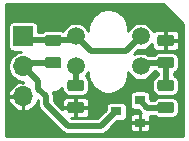
<source format=gbr>
G04 #@! TF.GenerationSoftware,KiCad,Pcbnew,(5.1.5)-2*
G04 #@! TF.CreationDate,2020-01-24T10:59:36+03:00*
G04 #@! TF.ProjectId,tcrt5000,74637274-3530-4303-902e-6b696361645f,rev?*
G04 #@! TF.SameCoordinates,Original*
G04 #@! TF.FileFunction,Copper,L2,Bot*
G04 #@! TF.FilePolarity,Positive*
%FSLAX46Y46*%
G04 Gerber Fmt 4.6, Leading zero omitted, Abs format (unit mm)*
G04 Created by KiCad (PCBNEW (5.1.5)-2) date 2020-01-24 10:59:36*
%MOMM*%
%LPD*%
G04 APERTURE LIST*
%ADD10O,1.700000X1.700000*%
%ADD11R,1.700000X1.700000*%
%ADD12R,0.900000X0.800000*%
%ADD13C,0.100000*%
%ADD14C,1.500000*%
%ADD15C,0.500000*%
%ADD16C,0.254000*%
G04 APERTURE END LIST*
D10*
X125095000Y-91440000D03*
X125095000Y-88900000D03*
D11*
X125095000Y-86360000D03*
D12*
X134985000Y-91760000D03*
X134985000Y-93660000D03*
X132985000Y-92710000D03*
G04 #@! TA.AperFunction,SMDPad,CuDef*
D13*
G36*
X137640142Y-86206174D02*
G01*
X137663803Y-86209684D01*
X137687007Y-86215496D01*
X137709529Y-86223554D01*
X137731153Y-86233782D01*
X137751670Y-86246079D01*
X137770883Y-86260329D01*
X137788607Y-86276393D01*
X137804671Y-86294117D01*
X137818921Y-86313330D01*
X137831218Y-86333847D01*
X137841446Y-86355471D01*
X137849504Y-86377993D01*
X137855316Y-86401197D01*
X137858826Y-86424858D01*
X137860000Y-86448750D01*
X137860000Y-86936250D01*
X137858826Y-86960142D01*
X137855316Y-86983803D01*
X137849504Y-87007007D01*
X137841446Y-87029529D01*
X137831218Y-87051153D01*
X137818921Y-87071670D01*
X137804671Y-87090883D01*
X137788607Y-87108607D01*
X137770883Y-87124671D01*
X137751670Y-87138921D01*
X137731153Y-87151218D01*
X137709529Y-87161446D01*
X137687007Y-87169504D01*
X137663803Y-87175316D01*
X137640142Y-87178826D01*
X137616250Y-87180000D01*
X136703750Y-87180000D01*
X136679858Y-87178826D01*
X136656197Y-87175316D01*
X136632993Y-87169504D01*
X136610471Y-87161446D01*
X136588847Y-87151218D01*
X136568330Y-87138921D01*
X136549117Y-87124671D01*
X136531393Y-87108607D01*
X136515329Y-87090883D01*
X136501079Y-87071670D01*
X136488782Y-87051153D01*
X136478554Y-87029529D01*
X136470496Y-87007007D01*
X136464684Y-86983803D01*
X136461174Y-86960142D01*
X136460000Y-86936250D01*
X136460000Y-86448750D01*
X136461174Y-86424858D01*
X136464684Y-86401197D01*
X136470496Y-86377993D01*
X136478554Y-86355471D01*
X136488782Y-86333847D01*
X136501079Y-86313330D01*
X136515329Y-86294117D01*
X136531393Y-86276393D01*
X136549117Y-86260329D01*
X136568330Y-86246079D01*
X136588847Y-86233782D01*
X136610471Y-86223554D01*
X136632993Y-86215496D01*
X136656197Y-86209684D01*
X136679858Y-86206174D01*
X136703750Y-86205000D01*
X137616250Y-86205000D01*
X137640142Y-86206174D01*
G37*
G04 #@! TD.AperFunction*
G04 #@! TA.AperFunction,SMDPad,CuDef*
G36*
X137640142Y-88081174D02*
G01*
X137663803Y-88084684D01*
X137687007Y-88090496D01*
X137709529Y-88098554D01*
X137731153Y-88108782D01*
X137751670Y-88121079D01*
X137770883Y-88135329D01*
X137788607Y-88151393D01*
X137804671Y-88169117D01*
X137818921Y-88188330D01*
X137831218Y-88208847D01*
X137841446Y-88230471D01*
X137849504Y-88252993D01*
X137855316Y-88276197D01*
X137858826Y-88299858D01*
X137860000Y-88323750D01*
X137860000Y-88811250D01*
X137858826Y-88835142D01*
X137855316Y-88858803D01*
X137849504Y-88882007D01*
X137841446Y-88904529D01*
X137831218Y-88926153D01*
X137818921Y-88946670D01*
X137804671Y-88965883D01*
X137788607Y-88983607D01*
X137770883Y-88999671D01*
X137751670Y-89013921D01*
X137731153Y-89026218D01*
X137709529Y-89036446D01*
X137687007Y-89044504D01*
X137663803Y-89050316D01*
X137640142Y-89053826D01*
X137616250Y-89055000D01*
X136703750Y-89055000D01*
X136679858Y-89053826D01*
X136656197Y-89050316D01*
X136632993Y-89044504D01*
X136610471Y-89036446D01*
X136588847Y-89026218D01*
X136568330Y-89013921D01*
X136549117Y-88999671D01*
X136531393Y-88983607D01*
X136515329Y-88965883D01*
X136501079Y-88946670D01*
X136488782Y-88926153D01*
X136478554Y-88904529D01*
X136470496Y-88882007D01*
X136464684Y-88858803D01*
X136461174Y-88835142D01*
X136460000Y-88811250D01*
X136460000Y-88323750D01*
X136461174Y-88299858D01*
X136464684Y-88276197D01*
X136470496Y-88252993D01*
X136478554Y-88230471D01*
X136488782Y-88208847D01*
X136501079Y-88188330D01*
X136515329Y-88169117D01*
X136531393Y-88151393D01*
X136549117Y-88135329D01*
X136568330Y-88121079D01*
X136588847Y-88108782D01*
X136610471Y-88098554D01*
X136632993Y-88090496D01*
X136656197Y-88084684D01*
X136679858Y-88081174D01*
X136703750Y-88080000D01*
X137616250Y-88080000D01*
X137640142Y-88081174D01*
G37*
G04 #@! TD.AperFunction*
G04 #@! TA.AperFunction,SMDPad,CuDef*
G36*
X130020142Y-90016174D02*
G01*
X130043803Y-90019684D01*
X130067007Y-90025496D01*
X130089529Y-90033554D01*
X130111153Y-90043782D01*
X130131670Y-90056079D01*
X130150883Y-90070329D01*
X130168607Y-90086393D01*
X130184671Y-90104117D01*
X130198921Y-90123330D01*
X130211218Y-90143847D01*
X130221446Y-90165471D01*
X130229504Y-90187993D01*
X130235316Y-90211197D01*
X130238826Y-90234858D01*
X130240000Y-90258750D01*
X130240000Y-90746250D01*
X130238826Y-90770142D01*
X130235316Y-90793803D01*
X130229504Y-90817007D01*
X130221446Y-90839529D01*
X130211218Y-90861153D01*
X130198921Y-90881670D01*
X130184671Y-90900883D01*
X130168607Y-90918607D01*
X130150883Y-90934671D01*
X130131670Y-90948921D01*
X130111153Y-90961218D01*
X130089529Y-90971446D01*
X130067007Y-90979504D01*
X130043803Y-90985316D01*
X130020142Y-90988826D01*
X129996250Y-90990000D01*
X129083750Y-90990000D01*
X129059858Y-90988826D01*
X129036197Y-90985316D01*
X129012993Y-90979504D01*
X128990471Y-90971446D01*
X128968847Y-90961218D01*
X128948330Y-90948921D01*
X128929117Y-90934671D01*
X128911393Y-90918607D01*
X128895329Y-90900883D01*
X128881079Y-90881670D01*
X128868782Y-90861153D01*
X128858554Y-90839529D01*
X128850496Y-90817007D01*
X128844684Y-90793803D01*
X128841174Y-90770142D01*
X128840000Y-90746250D01*
X128840000Y-90258750D01*
X128841174Y-90234858D01*
X128844684Y-90211197D01*
X128850496Y-90187993D01*
X128858554Y-90165471D01*
X128868782Y-90143847D01*
X128881079Y-90123330D01*
X128895329Y-90104117D01*
X128911393Y-90086393D01*
X128929117Y-90070329D01*
X128948330Y-90056079D01*
X128968847Y-90043782D01*
X128990471Y-90033554D01*
X129012993Y-90025496D01*
X129036197Y-90019684D01*
X129059858Y-90016174D01*
X129083750Y-90015000D01*
X129996250Y-90015000D01*
X130020142Y-90016174D01*
G37*
G04 #@! TD.AperFunction*
G04 #@! TA.AperFunction,SMDPad,CuDef*
G36*
X130020142Y-91891174D02*
G01*
X130043803Y-91894684D01*
X130067007Y-91900496D01*
X130089529Y-91908554D01*
X130111153Y-91918782D01*
X130131670Y-91931079D01*
X130150883Y-91945329D01*
X130168607Y-91961393D01*
X130184671Y-91979117D01*
X130198921Y-91998330D01*
X130211218Y-92018847D01*
X130221446Y-92040471D01*
X130229504Y-92062993D01*
X130235316Y-92086197D01*
X130238826Y-92109858D01*
X130240000Y-92133750D01*
X130240000Y-92621250D01*
X130238826Y-92645142D01*
X130235316Y-92668803D01*
X130229504Y-92692007D01*
X130221446Y-92714529D01*
X130211218Y-92736153D01*
X130198921Y-92756670D01*
X130184671Y-92775883D01*
X130168607Y-92793607D01*
X130150883Y-92809671D01*
X130131670Y-92823921D01*
X130111153Y-92836218D01*
X130089529Y-92846446D01*
X130067007Y-92854504D01*
X130043803Y-92860316D01*
X130020142Y-92863826D01*
X129996250Y-92865000D01*
X129083750Y-92865000D01*
X129059858Y-92863826D01*
X129036197Y-92860316D01*
X129012993Y-92854504D01*
X128990471Y-92846446D01*
X128968847Y-92836218D01*
X128948330Y-92823921D01*
X128929117Y-92809671D01*
X128911393Y-92793607D01*
X128895329Y-92775883D01*
X128881079Y-92756670D01*
X128868782Y-92736153D01*
X128858554Y-92714529D01*
X128850496Y-92692007D01*
X128844684Y-92668803D01*
X128841174Y-92645142D01*
X128840000Y-92621250D01*
X128840000Y-92133750D01*
X128841174Y-92109858D01*
X128844684Y-92086197D01*
X128850496Y-92062993D01*
X128858554Y-92040471D01*
X128868782Y-92018847D01*
X128881079Y-91998330D01*
X128895329Y-91979117D01*
X128911393Y-91961393D01*
X128929117Y-91945329D01*
X128948330Y-91931079D01*
X128968847Y-91918782D01*
X128990471Y-91908554D01*
X129012993Y-91900496D01*
X129036197Y-91894684D01*
X129059858Y-91891174D01*
X129083750Y-91890000D01*
X129996250Y-91890000D01*
X130020142Y-91891174D01*
G37*
G04 #@! TD.AperFunction*
G04 #@! TA.AperFunction,SMDPad,CuDef*
G36*
X137640142Y-91891174D02*
G01*
X137663803Y-91894684D01*
X137687007Y-91900496D01*
X137709529Y-91908554D01*
X137731153Y-91918782D01*
X137751670Y-91931079D01*
X137770883Y-91945329D01*
X137788607Y-91961393D01*
X137804671Y-91979117D01*
X137818921Y-91998330D01*
X137831218Y-92018847D01*
X137841446Y-92040471D01*
X137849504Y-92062993D01*
X137855316Y-92086197D01*
X137858826Y-92109858D01*
X137860000Y-92133750D01*
X137860000Y-92621250D01*
X137858826Y-92645142D01*
X137855316Y-92668803D01*
X137849504Y-92692007D01*
X137841446Y-92714529D01*
X137831218Y-92736153D01*
X137818921Y-92756670D01*
X137804671Y-92775883D01*
X137788607Y-92793607D01*
X137770883Y-92809671D01*
X137751670Y-92823921D01*
X137731153Y-92836218D01*
X137709529Y-92846446D01*
X137687007Y-92854504D01*
X137663803Y-92860316D01*
X137640142Y-92863826D01*
X137616250Y-92865000D01*
X136703750Y-92865000D01*
X136679858Y-92863826D01*
X136656197Y-92860316D01*
X136632993Y-92854504D01*
X136610471Y-92846446D01*
X136588847Y-92836218D01*
X136568330Y-92823921D01*
X136549117Y-92809671D01*
X136531393Y-92793607D01*
X136515329Y-92775883D01*
X136501079Y-92756670D01*
X136488782Y-92736153D01*
X136478554Y-92714529D01*
X136470496Y-92692007D01*
X136464684Y-92668803D01*
X136461174Y-92645142D01*
X136460000Y-92621250D01*
X136460000Y-92133750D01*
X136461174Y-92109858D01*
X136464684Y-92086197D01*
X136470496Y-92062993D01*
X136478554Y-92040471D01*
X136488782Y-92018847D01*
X136501079Y-91998330D01*
X136515329Y-91979117D01*
X136531393Y-91961393D01*
X136549117Y-91945329D01*
X136568330Y-91931079D01*
X136588847Y-91918782D01*
X136610471Y-91908554D01*
X136632993Y-91900496D01*
X136656197Y-91894684D01*
X136679858Y-91891174D01*
X136703750Y-91890000D01*
X137616250Y-91890000D01*
X137640142Y-91891174D01*
G37*
G04 #@! TD.AperFunction*
G04 #@! TA.AperFunction,SMDPad,CuDef*
G36*
X137640142Y-90016174D02*
G01*
X137663803Y-90019684D01*
X137687007Y-90025496D01*
X137709529Y-90033554D01*
X137731153Y-90043782D01*
X137751670Y-90056079D01*
X137770883Y-90070329D01*
X137788607Y-90086393D01*
X137804671Y-90104117D01*
X137818921Y-90123330D01*
X137831218Y-90143847D01*
X137841446Y-90165471D01*
X137849504Y-90187993D01*
X137855316Y-90211197D01*
X137858826Y-90234858D01*
X137860000Y-90258750D01*
X137860000Y-90746250D01*
X137858826Y-90770142D01*
X137855316Y-90793803D01*
X137849504Y-90817007D01*
X137841446Y-90839529D01*
X137831218Y-90861153D01*
X137818921Y-90881670D01*
X137804671Y-90900883D01*
X137788607Y-90918607D01*
X137770883Y-90934671D01*
X137751670Y-90948921D01*
X137731153Y-90961218D01*
X137709529Y-90971446D01*
X137687007Y-90979504D01*
X137663803Y-90985316D01*
X137640142Y-90988826D01*
X137616250Y-90990000D01*
X136703750Y-90990000D01*
X136679858Y-90988826D01*
X136656197Y-90985316D01*
X136632993Y-90979504D01*
X136610471Y-90971446D01*
X136588847Y-90961218D01*
X136568330Y-90948921D01*
X136549117Y-90934671D01*
X136531393Y-90918607D01*
X136515329Y-90900883D01*
X136501079Y-90881670D01*
X136488782Y-90861153D01*
X136478554Y-90839529D01*
X136470496Y-90817007D01*
X136464684Y-90793803D01*
X136461174Y-90770142D01*
X136460000Y-90746250D01*
X136460000Y-90258750D01*
X136461174Y-90234858D01*
X136464684Y-90211197D01*
X136470496Y-90187993D01*
X136478554Y-90165471D01*
X136488782Y-90143847D01*
X136501079Y-90123330D01*
X136515329Y-90104117D01*
X136531393Y-90086393D01*
X136549117Y-90070329D01*
X136568330Y-90056079D01*
X136588847Y-90043782D01*
X136610471Y-90033554D01*
X136632993Y-90025496D01*
X136656197Y-90019684D01*
X136679858Y-90016174D01*
X136703750Y-90015000D01*
X137616250Y-90015000D01*
X137640142Y-90016174D01*
G37*
G04 #@! TD.AperFunction*
G04 #@! TA.AperFunction,SMDPad,CuDef*
G36*
X128115142Y-88081174D02*
G01*
X128138803Y-88084684D01*
X128162007Y-88090496D01*
X128184529Y-88098554D01*
X128206153Y-88108782D01*
X128226670Y-88121079D01*
X128245883Y-88135329D01*
X128263607Y-88151393D01*
X128279671Y-88169117D01*
X128293921Y-88188330D01*
X128306218Y-88208847D01*
X128316446Y-88230471D01*
X128324504Y-88252993D01*
X128330316Y-88276197D01*
X128333826Y-88299858D01*
X128335000Y-88323750D01*
X128335000Y-88811250D01*
X128333826Y-88835142D01*
X128330316Y-88858803D01*
X128324504Y-88882007D01*
X128316446Y-88904529D01*
X128306218Y-88926153D01*
X128293921Y-88946670D01*
X128279671Y-88965883D01*
X128263607Y-88983607D01*
X128245883Y-88999671D01*
X128226670Y-89013921D01*
X128206153Y-89026218D01*
X128184529Y-89036446D01*
X128162007Y-89044504D01*
X128138803Y-89050316D01*
X128115142Y-89053826D01*
X128091250Y-89055000D01*
X127178750Y-89055000D01*
X127154858Y-89053826D01*
X127131197Y-89050316D01*
X127107993Y-89044504D01*
X127085471Y-89036446D01*
X127063847Y-89026218D01*
X127043330Y-89013921D01*
X127024117Y-88999671D01*
X127006393Y-88983607D01*
X126990329Y-88965883D01*
X126976079Y-88946670D01*
X126963782Y-88926153D01*
X126953554Y-88904529D01*
X126945496Y-88882007D01*
X126939684Y-88858803D01*
X126936174Y-88835142D01*
X126935000Y-88811250D01*
X126935000Y-88323750D01*
X126936174Y-88299858D01*
X126939684Y-88276197D01*
X126945496Y-88252993D01*
X126953554Y-88230471D01*
X126963782Y-88208847D01*
X126976079Y-88188330D01*
X126990329Y-88169117D01*
X127006393Y-88151393D01*
X127024117Y-88135329D01*
X127043330Y-88121079D01*
X127063847Y-88108782D01*
X127085471Y-88098554D01*
X127107993Y-88090496D01*
X127131197Y-88084684D01*
X127154858Y-88081174D01*
X127178750Y-88080000D01*
X128091250Y-88080000D01*
X128115142Y-88081174D01*
G37*
G04 #@! TD.AperFunction*
G04 #@! TA.AperFunction,SMDPad,CuDef*
G36*
X128115142Y-86206174D02*
G01*
X128138803Y-86209684D01*
X128162007Y-86215496D01*
X128184529Y-86223554D01*
X128206153Y-86233782D01*
X128226670Y-86246079D01*
X128245883Y-86260329D01*
X128263607Y-86276393D01*
X128279671Y-86294117D01*
X128293921Y-86313330D01*
X128306218Y-86333847D01*
X128316446Y-86355471D01*
X128324504Y-86377993D01*
X128330316Y-86401197D01*
X128333826Y-86424858D01*
X128335000Y-86448750D01*
X128335000Y-86936250D01*
X128333826Y-86960142D01*
X128330316Y-86983803D01*
X128324504Y-87007007D01*
X128316446Y-87029529D01*
X128306218Y-87051153D01*
X128293921Y-87071670D01*
X128279671Y-87090883D01*
X128263607Y-87108607D01*
X128245883Y-87124671D01*
X128226670Y-87138921D01*
X128206153Y-87151218D01*
X128184529Y-87161446D01*
X128162007Y-87169504D01*
X128138803Y-87175316D01*
X128115142Y-87178826D01*
X128091250Y-87180000D01*
X127178750Y-87180000D01*
X127154858Y-87178826D01*
X127131197Y-87175316D01*
X127107993Y-87169504D01*
X127085471Y-87161446D01*
X127063847Y-87151218D01*
X127043330Y-87138921D01*
X127024117Y-87124671D01*
X127006393Y-87108607D01*
X126990329Y-87090883D01*
X126976079Y-87071670D01*
X126963782Y-87051153D01*
X126953554Y-87029529D01*
X126945496Y-87007007D01*
X126939684Y-86983803D01*
X126936174Y-86960142D01*
X126935000Y-86936250D01*
X126935000Y-86448750D01*
X126936174Y-86424858D01*
X126939684Y-86401197D01*
X126945496Y-86377993D01*
X126953554Y-86355471D01*
X126963782Y-86333847D01*
X126976079Y-86313330D01*
X126990329Y-86294117D01*
X127006393Y-86276393D01*
X127024117Y-86260329D01*
X127043330Y-86246079D01*
X127063847Y-86233782D01*
X127085471Y-86223554D01*
X127107993Y-86215496D01*
X127131197Y-86209684D01*
X127154858Y-86206174D01*
X127178750Y-86205000D01*
X128091250Y-86205000D01*
X128115142Y-86206174D01*
G37*
G04 #@! TD.AperFunction*
D14*
X129540000Y-88900000D03*
X135040000Y-88900000D03*
X129540000Y-86360000D03*
X135040000Y-86360000D03*
D15*
X135602500Y-92377500D02*
X134985000Y-91760000D01*
X137160000Y-92377500D02*
X135602500Y-92377500D01*
X137160000Y-88567500D02*
X137160000Y-90502500D01*
X135372500Y-88567500D02*
X135040000Y-88900000D01*
X137160000Y-88567500D02*
X135372500Y-88567500D01*
X129237500Y-89202500D02*
X129540000Y-88900000D01*
X129540000Y-90502500D02*
X129540000Y-88900000D01*
X125427500Y-88567500D02*
X127635000Y-88567500D01*
X125095000Y-88900000D02*
X125427500Y-88567500D01*
X126365000Y-90170000D02*
X125095000Y-88900000D01*
X126365000Y-90785998D02*
X126365000Y-90170000D01*
X127000000Y-91420998D02*
X126365000Y-90785998D01*
X132935000Y-92710000D02*
X131665000Y-93980000D01*
X132985000Y-92710000D02*
X132935000Y-92710000D01*
X131665000Y-93980000D02*
X128905000Y-93980000D01*
X128905000Y-93980000D02*
X127000000Y-92075000D01*
X127000000Y-92075000D02*
X127000000Y-91420998D01*
X135040000Y-86360000D02*
X133770000Y-87630000D01*
X130810000Y-87630000D02*
X129540000Y-86360000D01*
X133770000Y-87630000D02*
X130810000Y-87630000D01*
X129540000Y-86360000D02*
X129207500Y-86692500D01*
X124792500Y-86692500D02*
X124460000Y-86360000D01*
X129207500Y-86692500D02*
X124792500Y-86692500D01*
D16*
G36*
X138613001Y-85277225D02*
G01*
X138613000Y-94798000D01*
X123642000Y-94798000D01*
X123642000Y-91662451D01*
X123837524Y-91662451D01*
X123848114Y-91715698D01*
X123925859Y-91953656D01*
X124048533Y-92171874D01*
X124211422Y-92361967D01*
X124408267Y-92516629D01*
X124631502Y-92629917D01*
X124872549Y-92697477D01*
X125072000Y-92610044D01*
X125072000Y-91463000D01*
X123924976Y-91463000D01*
X123837524Y-91662451D01*
X123642000Y-91662451D01*
X123642000Y-86360000D01*
X123779726Y-86360000D01*
X123792796Y-86492714D01*
X123815934Y-86568989D01*
X123815934Y-87210000D01*
X123824178Y-87293707D01*
X123848595Y-87374196D01*
X123888245Y-87448376D01*
X123941605Y-87513395D01*
X124006624Y-87566755D01*
X124080804Y-87606405D01*
X124161293Y-87630822D01*
X124245000Y-87639066D01*
X124888456Y-87639066D01*
X124722513Y-87672074D01*
X124490114Y-87768337D01*
X124280960Y-87908089D01*
X124103089Y-88085960D01*
X123963337Y-88295114D01*
X123867074Y-88527513D01*
X123818000Y-88774226D01*
X123818000Y-89025774D01*
X123867074Y-89272487D01*
X123963337Y-89504886D01*
X124103089Y-89714040D01*
X124280960Y-89891911D01*
X124490114Y-90031663D01*
X124722513Y-90127926D01*
X124969226Y-90177000D01*
X125071998Y-90177000D01*
X125071998Y-90269955D01*
X124872549Y-90182523D01*
X124631502Y-90250083D01*
X124408267Y-90363371D01*
X124211422Y-90518033D01*
X124048533Y-90708126D01*
X123925859Y-90926344D01*
X123848114Y-91164302D01*
X123837524Y-91217549D01*
X123924976Y-91417000D01*
X125072000Y-91417000D01*
X125072000Y-91397000D01*
X125118000Y-91397000D01*
X125118000Y-91417000D01*
X125138000Y-91417000D01*
X125138000Y-91463000D01*
X125118000Y-91463000D01*
X125118000Y-92610044D01*
X125317451Y-92697477D01*
X125558498Y-92629917D01*
X125781733Y-92516629D01*
X125978578Y-92361967D01*
X126141467Y-92171874D01*
X126264141Y-91953656D01*
X126323000Y-91773503D01*
X126323000Y-92041755D01*
X126319726Y-92075000D01*
X126323000Y-92108245D01*
X126323000Y-92108251D01*
X126325924Y-92137940D01*
X126332796Y-92207714D01*
X126371508Y-92335329D01*
X126434372Y-92452940D01*
X126486641Y-92516629D01*
X126518973Y-92556026D01*
X126544800Y-92577222D01*
X128402778Y-94435201D01*
X128423973Y-94461027D01*
X128449799Y-94482222D01*
X128449801Y-94482224D01*
X128527059Y-94545628D01*
X128644670Y-94608492D01*
X128772285Y-94647204D01*
X128905000Y-94660275D01*
X128938252Y-94657000D01*
X131631755Y-94657000D01*
X131665000Y-94660274D01*
X131698245Y-94657000D01*
X131698252Y-94657000D01*
X131797715Y-94647204D01*
X131925330Y-94608492D01*
X132042941Y-94545628D01*
X132146027Y-94461027D01*
X132167226Y-94435196D01*
X132542422Y-94060000D01*
X134105934Y-94060000D01*
X134114178Y-94143707D01*
X134138595Y-94224196D01*
X134178245Y-94298376D01*
X134231605Y-94363395D01*
X134296624Y-94416755D01*
X134370804Y-94456405D01*
X134451293Y-94480822D01*
X134535000Y-94489066D01*
X134855250Y-94487000D01*
X134962000Y-94380250D01*
X134962000Y-93683000D01*
X135008000Y-93683000D01*
X135008000Y-94380250D01*
X135114750Y-94487000D01*
X135435000Y-94489066D01*
X135518707Y-94480822D01*
X135599196Y-94456405D01*
X135673376Y-94416755D01*
X135738395Y-94363395D01*
X135791755Y-94298376D01*
X135831405Y-94224196D01*
X135855822Y-94143707D01*
X135864066Y-94060000D01*
X135862000Y-93789750D01*
X135755250Y-93683000D01*
X135008000Y-93683000D01*
X134962000Y-93683000D01*
X134214750Y-93683000D01*
X134108000Y-93789750D01*
X134105934Y-94060000D01*
X132542422Y-94060000D01*
X133063356Y-93539066D01*
X133435000Y-93539066D01*
X133518707Y-93530822D01*
X133599196Y-93506405D01*
X133673376Y-93466755D01*
X133738395Y-93413395D01*
X133791755Y-93348376D01*
X133831405Y-93274196D01*
X133835711Y-93260000D01*
X134105934Y-93260000D01*
X134108000Y-93530250D01*
X134214750Y-93637000D01*
X134962000Y-93637000D01*
X134962000Y-92939750D01*
X134855250Y-92833000D01*
X134535000Y-92830934D01*
X134451293Y-92839178D01*
X134370804Y-92863595D01*
X134296624Y-92903245D01*
X134231605Y-92956605D01*
X134178245Y-93021624D01*
X134138595Y-93095804D01*
X134114178Y-93176293D01*
X134105934Y-93260000D01*
X133835711Y-93260000D01*
X133855822Y-93193707D01*
X133864066Y-93110000D01*
X133864066Y-92310000D01*
X133855822Y-92226293D01*
X133831405Y-92145804D01*
X133791755Y-92071624D01*
X133738395Y-92006605D01*
X133673376Y-91953245D01*
X133599196Y-91913595D01*
X133518707Y-91889178D01*
X133435000Y-91880934D01*
X132535000Y-91880934D01*
X132451293Y-91889178D01*
X132370804Y-91913595D01*
X132296624Y-91953245D01*
X132231605Y-92006605D01*
X132178245Y-92071624D01*
X132138595Y-92145804D01*
X132114178Y-92226293D01*
X132105934Y-92310000D01*
X132105934Y-92581644D01*
X131384578Y-93303000D01*
X129185423Y-93303000D01*
X129175274Y-93292851D01*
X129410250Y-93292000D01*
X129517000Y-93185250D01*
X129517000Y-92400500D01*
X129563000Y-92400500D01*
X129563000Y-93185250D01*
X129669750Y-93292000D01*
X130240000Y-93294066D01*
X130323707Y-93285822D01*
X130404196Y-93261405D01*
X130478376Y-93221755D01*
X130543395Y-93168395D01*
X130596755Y-93103376D01*
X130636405Y-93029196D01*
X130660822Y-92948707D01*
X130669066Y-92865000D01*
X130667000Y-92507250D01*
X130560250Y-92400500D01*
X129563000Y-92400500D01*
X129517000Y-92400500D01*
X128519750Y-92400500D01*
X128413000Y-92507250D01*
X128412866Y-92530444D01*
X127772422Y-91890000D01*
X128410934Y-91890000D01*
X128413000Y-92247750D01*
X128519750Y-92354500D01*
X129517000Y-92354500D01*
X129517000Y-91569750D01*
X129563000Y-91569750D01*
X129563000Y-92354500D01*
X130560250Y-92354500D01*
X130667000Y-92247750D01*
X130669066Y-91890000D01*
X130660822Y-91806293D01*
X130636405Y-91725804D01*
X130596755Y-91651624D01*
X130543395Y-91586605D01*
X130478376Y-91533245D01*
X130404196Y-91493595D01*
X130323707Y-91469178D01*
X130240000Y-91460934D01*
X129669750Y-91463000D01*
X129563000Y-91569750D01*
X129517000Y-91569750D01*
X129410250Y-91463000D01*
X128840000Y-91460934D01*
X128756293Y-91469178D01*
X128675804Y-91493595D01*
X128601624Y-91533245D01*
X128536605Y-91586605D01*
X128483245Y-91651624D01*
X128443595Y-91725804D01*
X128419178Y-91806293D01*
X128410934Y-91890000D01*
X127772422Y-91890000D01*
X127677000Y-91794578D01*
X127677000Y-91454250D01*
X127680275Y-91420998D01*
X127667204Y-91288283D01*
X127628492Y-91160668D01*
X127594461Y-91097000D01*
X127731301Y-91097000D01*
X127910396Y-91061376D01*
X128079099Y-90991496D01*
X128230928Y-90890048D01*
X128360048Y-90760928D01*
X128410934Y-90684771D01*
X128410934Y-90746250D01*
X128423862Y-90877510D01*
X128462149Y-91003726D01*
X128524324Y-91120047D01*
X128607997Y-91222003D01*
X128709953Y-91305676D01*
X128826274Y-91367851D01*
X128952490Y-91406138D01*
X129083750Y-91419066D01*
X129996250Y-91419066D01*
X130127510Y-91406138D01*
X130253726Y-91367851D01*
X130268414Y-91360000D01*
X134105934Y-91360000D01*
X134105934Y-92160000D01*
X134114178Y-92243707D01*
X134138595Y-92324196D01*
X134178245Y-92398376D01*
X134231605Y-92463395D01*
X134296624Y-92516755D01*
X134370804Y-92556405D01*
X134451293Y-92580822D01*
X134535000Y-92589066D01*
X134856643Y-92589066D01*
X135100278Y-92832701D01*
X135106936Y-92840814D01*
X135008000Y-92939750D01*
X135008000Y-93637000D01*
X135755250Y-93637000D01*
X135862000Y-93530250D01*
X135864066Y-93260000D01*
X135855822Y-93176293D01*
X135831405Y-93095804D01*
X135809328Y-93054500D01*
X136193116Y-93054500D01*
X136227997Y-93097003D01*
X136329953Y-93180676D01*
X136446274Y-93242851D01*
X136572490Y-93281138D01*
X136703750Y-93294066D01*
X137616250Y-93294066D01*
X137747510Y-93281138D01*
X137873726Y-93242851D01*
X137990047Y-93180676D01*
X138092003Y-93097003D01*
X138175676Y-92995047D01*
X138237851Y-92878726D01*
X138276138Y-92752510D01*
X138289066Y-92621250D01*
X138289066Y-92133750D01*
X138276138Y-92002490D01*
X138237851Y-91876274D01*
X138175676Y-91759953D01*
X138092003Y-91657997D01*
X137990047Y-91574324D01*
X137873726Y-91512149D01*
X137747510Y-91473862D01*
X137616250Y-91460934D01*
X136703750Y-91460934D01*
X136572490Y-91473862D01*
X136446274Y-91512149D01*
X136329953Y-91574324D01*
X136227997Y-91657997D01*
X136193116Y-91700500D01*
X135882923Y-91700500D01*
X135864066Y-91681643D01*
X135864066Y-91360000D01*
X135855822Y-91276293D01*
X135831405Y-91195804D01*
X135791755Y-91121624D01*
X135738395Y-91056605D01*
X135673376Y-91003245D01*
X135599196Y-90963595D01*
X135518707Y-90939178D01*
X135435000Y-90930934D01*
X134535000Y-90930934D01*
X134451293Y-90939178D01*
X134370804Y-90963595D01*
X134296624Y-91003245D01*
X134231605Y-91056605D01*
X134178245Y-91121624D01*
X134138595Y-91195804D01*
X134114178Y-91276293D01*
X134105934Y-91360000D01*
X130268414Y-91360000D01*
X130370047Y-91305676D01*
X130472003Y-91222003D01*
X130555676Y-91120047D01*
X130617851Y-91003726D01*
X130656138Y-90877510D01*
X130669066Y-90746250D01*
X130669066Y-90258750D01*
X130656138Y-90127490D01*
X130617851Y-90001274D01*
X130555676Y-89884953D01*
X130472003Y-89782997D01*
X130389358Y-89715172D01*
X130454236Y-89650294D01*
X130583044Y-89457519D01*
X130613000Y-89385199D01*
X130613000Y-89695170D01*
X130677446Y-90019163D01*
X130803862Y-90324357D01*
X130987389Y-90599025D01*
X131220975Y-90832611D01*
X131495643Y-91016138D01*
X131800837Y-91142554D01*
X132124830Y-91207000D01*
X132455170Y-91207000D01*
X132779163Y-91142554D01*
X133084357Y-91016138D01*
X133359025Y-90832611D01*
X133592611Y-90599025D01*
X133776138Y-90324357D01*
X133902554Y-90019163D01*
X133967000Y-89695170D01*
X133967000Y-89385199D01*
X133996956Y-89457519D01*
X134125764Y-89650294D01*
X134289706Y-89814236D01*
X134482481Y-89943044D01*
X134696682Y-90031769D01*
X134924076Y-90077000D01*
X135155924Y-90077000D01*
X135383318Y-90031769D01*
X135597519Y-89943044D01*
X135790294Y-89814236D01*
X135954236Y-89650294D01*
X136083044Y-89457519D01*
X136171279Y-89244500D01*
X136193116Y-89244500D01*
X136227997Y-89287003D01*
X136329953Y-89370676D01*
X136446274Y-89432851D01*
X136483000Y-89443992D01*
X136483001Y-89626008D01*
X136446274Y-89637149D01*
X136329953Y-89699324D01*
X136227997Y-89782997D01*
X136144324Y-89884953D01*
X136082149Y-90001274D01*
X136043862Y-90127490D01*
X136030934Y-90258750D01*
X136030934Y-90746250D01*
X136043862Y-90877510D01*
X136082149Y-91003726D01*
X136144324Y-91120047D01*
X136227997Y-91222003D01*
X136329953Y-91305676D01*
X136446274Y-91367851D01*
X136572490Y-91406138D01*
X136703750Y-91419066D01*
X137616250Y-91419066D01*
X137747510Y-91406138D01*
X137873726Y-91367851D01*
X137990047Y-91305676D01*
X138092003Y-91222003D01*
X138175676Y-91120047D01*
X138237851Y-91003726D01*
X138276138Y-90877510D01*
X138289066Y-90746250D01*
X138289066Y-90258750D01*
X138276138Y-90127490D01*
X138237851Y-90001274D01*
X138175676Y-89884953D01*
X138092003Y-89782997D01*
X137990047Y-89699324D01*
X137873726Y-89637149D01*
X137837000Y-89626008D01*
X137837000Y-89443992D01*
X137873726Y-89432851D01*
X137990047Y-89370676D01*
X138092003Y-89287003D01*
X138175676Y-89185047D01*
X138237851Y-89068726D01*
X138276138Y-88942510D01*
X138289066Y-88811250D01*
X138289066Y-88323750D01*
X138276138Y-88192490D01*
X138237851Y-88066274D01*
X138175676Y-87949953D01*
X138092003Y-87847997D01*
X137990047Y-87764324D01*
X137873726Y-87702149D01*
X137747510Y-87663862D01*
X137616250Y-87650934D01*
X136703750Y-87650934D01*
X136572490Y-87663862D01*
X136446274Y-87702149D01*
X136329953Y-87764324D01*
X136227997Y-87847997D01*
X136193116Y-87890500D01*
X135647721Y-87890500D01*
X135597519Y-87856956D01*
X135383318Y-87768231D01*
X135155924Y-87723000D01*
X134924076Y-87723000D01*
X134696682Y-87768231D01*
X134513183Y-87844239D01*
X134837619Y-87519803D01*
X134924076Y-87537000D01*
X135155924Y-87537000D01*
X135383318Y-87491769D01*
X135597519Y-87403044D01*
X135790294Y-87274236D01*
X135954236Y-87110294D01*
X136032009Y-86993899D01*
X136030934Y-87180000D01*
X136039178Y-87263707D01*
X136063595Y-87344196D01*
X136103245Y-87418376D01*
X136156605Y-87483395D01*
X136221624Y-87536755D01*
X136295804Y-87576405D01*
X136376293Y-87600822D01*
X136460000Y-87609066D01*
X137030250Y-87607000D01*
X137137000Y-87500250D01*
X137137000Y-86715500D01*
X137183000Y-86715500D01*
X137183000Y-87500250D01*
X137289750Y-87607000D01*
X137860000Y-87609066D01*
X137943707Y-87600822D01*
X138024196Y-87576405D01*
X138098376Y-87536755D01*
X138163395Y-87483395D01*
X138216755Y-87418376D01*
X138256405Y-87344196D01*
X138280822Y-87263707D01*
X138289066Y-87180000D01*
X138287000Y-86822250D01*
X138180250Y-86715500D01*
X137183000Y-86715500D01*
X137137000Y-86715500D01*
X137117000Y-86715500D01*
X137117000Y-86669500D01*
X137137000Y-86669500D01*
X137137000Y-85884750D01*
X137183000Y-85884750D01*
X137183000Y-86669500D01*
X138180250Y-86669500D01*
X138287000Y-86562750D01*
X138289066Y-86205000D01*
X138280822Y-86121293D01*
X138256405Y-86040804D01*
X138216755Y-85966624D01*
X138163395Y-85901605D01*
X138098376Y-85848245D01*
X138024196Y-85808595D01*
X137943707Y-85784178D01*
X137860000Y-85775934D01*
X137289750Y-85778000D01*
X137183000Y-85884750D01*
X137137000Y-85884750D01*
X137030250Y-85778000D01*
X136460000Y-85775934D01*
X136376293Y-85784178D01*
X136295804Y-85808595D01*
X136221624Y-85848245D01*
X136156605Y-85901605D01*
X136135005Y-85927925D01*
X136083044Y-85802481D01*
X135954236Y-85609706D01*
X135790294Y-85445764D01*
X135597519Y-85316956D01*
X135383318Y-85228231D01*
X135155924Y-85183000D01*
X134924076Y-85183000D01*
X134696682Y-85228231D01*
X134482481Y-85316956D01*
X134289706Y-85445764D01*
X134125764Y-85609706D01*
X133996956Y-85802481D01*
X133967000Y-85874801D01*
X133967000Y-85564830D01*
X133902554Y-85240837D01*
X133776138Y-84935643D01*
X133592611Y-84660975D01*
X133359025Y-84427389D01*
X133084357Y-84243862D01*
X132779163Y-84117446D01*
X132455170Y-84053000D01*
X132124830Y-84053000D01*
X131800837Y-84117446D01*
X131495643Y-84243862D01*
X131220975Y-84427389D01*
X130987389Y-84660975D01*
X130803862Y-84935643D01*
X130677446Y-85240837D01*
X130613000Y-85564830D01*
X130613000Y-85874801D01*
X130583044Y-85802481D01*
X130454236Y-85609706D01*
X130290294Y-85445764D01*
X130097519Y-85316956D01*
X129883318Y-85228231D01*
X129655924Y-85183000D01*
X129424076Y-85183000D01*
X129196682Y-85228231D01*
X128982481Y-85316956D01*
X128789706Y-85445764D01*
X128625764Y-85609706D01*
X128496956Y-85802481D01*
X128461721Y-85887546D01*
X128348726Y-85827149D01*
X128222510Y-85788862D01*
X128091250Y-85775934D01*
X127178750Y-85775934D01*
X127047490Y-85788862D01*
X126921274Y-85827149D01*
X126804953Y-85889324D01*
X126702997Y-85972997D01*
X126668116Y-86015500D01*
X126374066Y-86015500D01*
X126374066Y-85510000D01*
X126365822Y-85426293D01*
X126341405Y-85345804D01*
X126301755Y-85271624D01*
X126248395Y-85206605D01*
X126183376Y-85153245D01*
X126109196Y-85113595D01*
X126028707Y-85089178D01*
X125945000Y-85080934D01*
X124245000Y-85080934D01*
X124161293Y-85089178D01*
X124080804Y-85113595D01*
X124006624Y-85153245D01*
X123941605Y-85206605D01*
X123888245Y-85271624D01*
X123848595Y-85345804D01*
X123824178Y-85426293D01*
X123815934Y-85510000D01*
X123815934Y-86151011D01*
X123792796Y-86227286D01*
X123779726Y-86360000D01*
X123642000Y-86360000D01*
X123642000Y-83637000D01*
X136972777Y-83637000D01*
X138613001Y-85277225D01*
G37*
X138613001Y-85277225D02*
X138613000Y-94798000D01*
X123642000Y-94798000D01*
X123642000Y-91662451D01*
X123837524Y-91662451D01*
X123848114Y-91715698D01*
X123925859Y-91953656D01*
X124048533Y-92171874D01*
X124211422Y-92361967D01*
X124408267Y-92516629D01*
X124631502Y-92629917D01*
X124872549Y-92697477D01*
X125072000Y-92610044D01*
X125072000Y-91463000D01*
X123924976Y-91463000D01*
X123837524Y-91662451D01*
X123642000Y-91662451D01*
X123642000Y-86360000D01*
X123779726Y-86360000D01*
X123792796Y-86492714D01*
X123815934Y-86568989D01*
X123815934Y-87210000D01*
X123824178Y-87293707D01*
X123848595Y-87374196D01*
X123888245Y-87448376D01*
X123941605Y-87513395D01*
X124006624Y-87566755D01*
X124080804Y-87606405D01*
X124161293Y-87630822D01*
X124245000Y-87639066D01*
X124888456Y-87639066D01*
X124722513Y-87672074D01*
X124490114Y-87768337D01*
X124280960Y-87908089D01*
X124103089Y-88085960D01*
X123963337Y-88295114D01*
X123867074Y-88527513D01*
X123818000Y-88774226D01*
X123818000Y-89025774D01*
X123867074Y-89272487D01*
X123963337Y-89504886D01*
X124103089Y-89714040D01*
X124280960Y-89891911D01*
X124490114Y-90031663D01*
X124722513Y-90127926D01*
X124969226Y-90177000D01*
X125071998Y-90177000D01*
X125071998Y-90269955D01*
X124872549Y-90182523D01*
X124631502Y-90250083D01*
X124408267Y-90363371D01*
X124211422Y-90518033D01*
X124048533Y-90708126D01*
X123925859Y-90926344D01*
X123848114Y-91164302D01*
X123837524Y-91217549D01*
X123924976Y-91417000D01*
X125072000Y-91417000D01*
X125072000Y-91397000D01*
X125118000Y-91397000D01*
X125118000Y-91417000D01*
X125138000Y-91417000D01*
X125138000Y-91463000D01*
X125118000Y-91463000D01*
X125118000Y-92610044D01*
X125317451Y-92697477D01*
X125558498Y-92629917D01*
X125781733Y-92516629D01*
X125978578Y-92361967D01*
X126141467Y-92171874D01*
X126264141Y-91953656D01*
X126323000Y-91773503D01*
X126323000Y-92041755D01*
X126319726Y-92075000D01*
X126323000Y-92108245D01*
X126323000Y-92108251D01*
X126325924Y-92137940D01*
X126332796Y-92207714D01*
X126371508Y-92335329D01*
X126434372Y-92452940D01*
X126486641Y-92516629D01*
X126518973Y-92556026D01*
X126544800Y-92577222D01*
X128402778Y-94435201D01*
X128423973Y-94461027D01*
X128449799Y-94482222D01*
X128449801Y-94482224D01*
X128527059Y-94545628D01*
X128644670Y-94608492D01*
X128772285Y-94647204D01*
X128905000Y-94660275D01*
X128938252Y-94657000D01*
X131631755Y-94657000D01*
X131665000Y-94660274D01*
X131698245Y-94657000D01*
X131698252Y-94657000D01*
X131797715Y-94647204D01*
X131925330Y-94608492D01*
X132042941Y-94545628D01*
X132146027Y-94461027D01*
X132167226Y-94435196D01*
X132542422Y-94060000D01*
X134105934Y-94060000D01*
X134114178Y-94143707D01*
X134138595Y-94224196D01*
X134178245Y-94298376D01*
X134231605Y-94363395D01*
X134296624Y-94416755D01*
X134370804Y-94456405D01*
X134451293Y-94480822D01*
X134535000Y-94489066D01*
X134855250Y-94487000D01*
X134962000Y-94380250D01*
X134962000Y-93683000D01*
X135008000Y-93683000D01*
X135008000Y-94380250D01*
X135114750Y-94487000D01*
X135435000Y-94489066D01*
X135518707Y-94480822D01*
X135599196Y-94456405D01*
X135673376Y-94416755D01*
X135738395Y-94363395D01*
X135791755Y-94298376D01*
X135831405Y-94224196D01*
X135855822Y-94143707D01*
X135864066Y-94060000D01*
X135862000Y-93789750D01*
X135755250Y-93683000D01*
X135008000Y-93683000D01*
X134962000Y-93683000D01*
X134214750Y-93683000D01*
X134108000Y-93789750D01*
X134105934Y-94060000D01*
X132542422Y-94060000D01*
X133063356Y-93539066D01*
X133435000Y-93539066D01*
X133518707Y-93530822D01*
X133599196Y-93506405D01*
X133673376Y-93466755D01*
X133738395Y-93413395D01*
X133791755Y-93348376D01*
X133831405Y-93274196D01*
X133835711Y-93260000D01*
X134105934Y-93260000D01*
X134108000Y-93530250D01*
X134214750Y-93637000D01*
X134962000Y-93637000D01*
X134962000Y-92939750D01*
X134855250Y-92833000D01*
X134535000Y-92830934D01*
X134451293Y-92839178D01*
X134370804Y-92863595D01*
X134296624Y-92903245D01*
X134231605Y-92956605D01*
X134178245Y-93021624D01*
X134138595Y-93095804D01*
X134114178Y-93176293D01*
X134105934Y-93260000D01*
X133835711Y-93260000D01*
X133855822Y-93193707D01*
X133864066Y-93110000D01*
X133864066Y-92310000D01*
X133855822Y-92226293D01*
X133831405Y-92145804D01*
X133791755Y-92071624D01*
X133738395Y-92006605D01*
X133673376Y-91953245D01*
X133599196Y-91913595D01*
X133518707Y-91889178D01*
X133435000Y-91880934D01*
X132535000Y-91880934D01*
X132451293Y-91889178D01*
X132370804Y-91913595D01*
X132296624Y-91953245D01*
X132231605Y-92006605D01*
X132178245Y-92071624D01*
X132138595Y-92145804D01*
X132114178Y-92226293D01*
X132105934Y-92310000D01*
X132105934Y-92581644D01*
X131384578Y-93303000D01*
X129185423Y-93303000D01*
X129175274Y-93292851D01*
X129410250Y-93292000D01*
X129517000Y-93185250D01*
X129517000Y-92400500D01*
X129563000Y-92400500D01*
X129563000Y-93185250D01*
X129669750Y-93292000D01*
X130240000Y-93294066D01*
X130323707Y-93285822D01*
X130404196Y-93261405D01*
X130478376Y-93221755D01*
X130543395Y-93168395D01*
X130596755Y-93103376D01*
X130636405Y-93029196D01*
X130660822Y-92948707D01*
X130669066Y-92865000D01*
X130667000Y-92507250D01*
X130560250Y-92400500D01*
X129563000Y-92400500D01*
X129517000Y-92400500D01*
X128519750Y-92400500D01*
X128413000Y-92507250D01*
X128412866Y-92530444D01*
X127772422Y-91890000D01*
X128410934Y-91890000D01*
X128413000Y-92247750D01*
X128519750Y-92354500D01*
X129517000Y-92354500D01*
X129517000Y-91569750D01*
X129563000Y-91569750D01*
X129563000Y-92354500D01*
X130560250Y-92354500D01*
X130667000Y-92247750D01*
X130669066Y-91890000D01*
X130660822Y-91806293D01*
X130636405Y-91725804D01*
X130596755Y-91651624D01*
X130543395Y-91586605D01*
X130478376Y-91533245D01*
X130404196Y-91493595D01*
X130323707Y-91469178D01*
X130240000Y-91460934D01*
X129669750Y-91463000D01*
X129563000Y-91569750D01*
X129517000Y-91569750D01*
X129410250Y-91463000D01*
X128840000Y-91460934D01*
X128756293Y-91469178D01*
X128675804Y-91493595D01*
X128601624Y-91533245D01*
X128536605Y-91586605D01*
X128483245Y-91651624D01*
X128443595Y-91725804D01*
X128419178Y-91806293D01*
X128410934Y-91890000D01*
X127772422Y-91890000D01*
X127677000Y-91794578D01*
X127677000Y-91454250D01*
X127680275Y-91420998D01*
X127667204Y-91288283D01*
X127628492Y-91160668D01*
X127594461Y-91097000D01*
X127731301Y-91097000D01*
X127910396Y-91061376D01*
X128079099Y-90991496D01*
X128230928Y-90890048D01*
X128360048Y-90760928D01*
X128410934Y-90684771D01*
X128410934Y-90746250D01*
X128423862Y-90877510D01*
X128462149Y-91003726D01*
X128524324Y-91120047D01*
X128607997Y-91222003D01*
X128709953Y-91305676D01*
X128826274Y-91367851D01*
X128952490Y-91406138D01*
X129083750Y-91419066D01*
X129996250Y-91419066D01*
X130127510Y-91406138D01*
X130253726Y-91367851D01*
X130268414Y-91360000D01*
X134105934Y-91360000D01*
X134105934Y-92160000D01*
X134114178Y-92243707D01*
X134138595Y-92324196D01*
X134178245Y-92398376D01*
X134231605Y-92463395D01*
X134296624Y-92516755D01*
X134370804Y-92556405D01*
X134451293Y-92580822D01*
X134535000Y-92589066D01*
X134856643Y-92589066D01*
X135100278Y-92832701D01*
X135106936Y-92840814D01*
X135008000Y-92939750D01*
X135008000Y-93637000D01*
X135755250Y-93637000D01*
X135862000Y-93530250D01*
X135864066Y-93260000D01*
X135855822Y-93176293D01*
X135831405Y-93095804D01*
X135809328Y-93054500D01*
X136193116Y-93054500D01*
X136227997Y-93097003D01*
X136329953Y-93180676D01*
X136446274Y-93242851D01*
X136572490Y-93281138D01*
X136703750Y-93294066D01*
X137616250Y-93294066D01*
X137747510Y-93281138D01*
X137873726Y-93242851D01*
X137990047Y-93180676D01*
X138092003Y-93097003D01*
X138175676Y-92995047D01*
X138237851Y-92878726D01*
X138276138Y-92752510D01*
X138289066Y-92621250D01*
X138289066Y-92133750D01*
X138276138Y-92002490D01*
X138237851Y-91876274D01*
X138175676Y-91759953D01*
X138092003Y-91657997D01*
X137990047Y-91574324D01*
X137873726Y-91512149D01*
X137747510Y-91473862D01*
X137616250Y-91460934D01*
X136703750Y-91460934D01*
X136572490Y-91473862D01*
X136446274Y-91512149D01*
X136329953Y-91574324D01*
X136227997Y-91657997D01*
X136193116Y-91700500D01*
X135882923Y-91700500D01*
X135864066Y-91681643D01*
X135864066Y-91360000D01*
X135855822Y-91276293D01*
X135831405Y-91195804D01*
X135791755Y-91121624D01*
X135738395Y-91056605D01*
X135673376Y-91003245D01*
X135599196Y-90963595D01*
X135518707Y-90939178D01*
X135435000Y-90930934D01*
X134535000Y-90930934D01*
X134451293Y-90939178D01*
X134370804Y-90963595D01*
X134296624Y-91003245D01*
X134231605Y-91056605D01*
X134178245Y-91121624D01*
X134138595Y-91195804D01*
X134114178Y-91276293D01*
X134105934Y-91360000D01*
X130268414Y-91360000D01*
X130370047Y-91305676D01*
X130472003Y-91222003D01*
X130555676Y-91120047D01*
X130617851Y-91003726D01*
X130656138Y-90877510D01*
X130669066Y-90746250D01*
X130669066Y-90258750D01*
X130656138Y-90127490D01*
X130617851Y-90001274D01*
X130555676Y-89884953D01*
X130472003Y-89782997D01*
X130389358Y-89715172D01*
X130454236Y-89650294D01*
X130583044Y-89457519D01*
X130613000Y-89385199D01*
X130613000Y-89695170D01*
X130677446Y-90019163D01*
X130803862Y-90324357D01*
X130987389Y-90599025D01*
X131220975Y-90832611D01*
X131495643Y-91016138D01*
X131800837Y-91142554D01*
X132124830Y-91207000D01*
X132455170Y-91207000D01*
X132779163Y-91142554D01*
X133084357Y-91016138D01*
X133359025Y-90832611D01*
X133592611Y-90599025D01*
X133776138Y-90324357D01*
X133902554Y-90019163D01*
X133967000Y-89695170D01*
X133967000Y-89385199D01*
X133996956Y-89457519D01*
X134125764Y-89650294D01*
X134289706Y-89814236D01*
X134482481Y-89943044D01*
X134696682Y-90031769D01*
X134924076Y-90077000D01*
X135155924Y-90077000D01*
X135383318Y-90031769D01*
X135597519Y-89943044D01*
X135790294Y-89814236D01*
X135954236Y-89650294D01*
X136083044Y-89457519D01*
X136171279Y-89244500D01*
X136193116Y-89244500D01*
X136227997Y-89287003D01*
X136329953Y-89370676D01*
X136446274Y-89432851D01*
X136483000Y-89443992D01*
X136483001Y-89626008D01*
X136446274Y-89637149D01*
X136329953Y-89699324D01*
X136227997Y-89782997D01*
X136144324Y-89884953D01*
X136082149Y-90001274D01*
X136043862Y-90127490D01*
X136030934Y-90258750D01*
X136030934Y-90746250D01*
X136043862Y-90877510D01*
X136082149Y-91003726D01*
X136144324Y-91120047D01*
X136227997Y-91222003D01*
X136329953Y-91305676D01*
X136446274Y-91367851D01*
X136572490Y-91406138D01*
X136703750Y-91419066D01*
X137616250Y-91419066D01*
X137747510Y-91406138D01*
X137873726Y-91367851D01*
X137990047Y-91305676D01*
X138092003Y-91222003D01*
X138175676Y-91120047D01*
X138237851Y-91003726D01*
X138276138Y-90877510D01*
X138289066Y-90746250D01*
X138289066Y-90258750D01*
X138276138Y-90127490D01*
X138237851Y-90001274D01*
X138175676Y-89884953D01*
X138092003Y-89782997D01*
X137990047Y-89699324D01*
X137873726Y-89637149D01*
X137837000Y-89626008D01*
X137837000Y-89443992D01*
X137873726Y-89432851D01*
X137990047Y-89370676D01*
X138092003Y-89287003D01*
X138175676Y-89185047D01*
X138237851Y-89068726D01*
X138276138Y-88942510D01*
X138289066Y-88811250D01*
X138289066Y-88323750D01*
X138276138Y-88192490D01*
X138237851Y-88066274D01*
X138175676Y-87949953D01*
X138092003Y-87847997D01*
X137990047Y-87764324D01*
X137873726Y-87702149D01*
X137747510Y-87663862D01*
X137616250Y-87650934D01*
X136703750Y-87650934D01*
X136572490Y-87663862D01*
X136446274Y-87702149D01*
X136329953Y-87764324D01*
X136227997Y-87847997D01*
X136193116Y-87890500D01*
X135647721Y-87890500D01*
X135597519Y-87856956D01*
X135383318Y-87768231D01*
X135155924Y-87723000D01*
X134924076Y-87723000D01*
X134696682Y-87768231D01*
X134513183Y-87844239D01*
X134837619Y-87519803D01*
X134924076Y-87537000D01*
X135155924Y-87537000D01*
X135383318Y-87491769D01*
X135597519Y-87403044D01*
X135790294Y-87274236D01*
X135954236Y-87110294D01*
X136032009Y-86993899D01*
X136030934Y-87180000D01*
X136039178Y-87263707D01*
X136063595Y-87344196D01*
X136103245Y-87418376D01*
X136156605Y-87483395D01*
X136221624Y-87536755D01*
X136295804Y-87576405D01*
X136376293Y-87600822D01*
X136460000Y-87609066D01*
X137030250Y-87607000D01*
X137137000Y-87500250D01*
X137137000Y-86715500D01*
X137183000Y-86715500D01*
X137183000Y-87500250D01*
X137289750Y-87607000D01*
X137860000Y-87609066D01*
X137943707Y-87600822D01*
X138024196Y-87576405D01*
X138098376Y-87536755D01*
X138163395Y-87483395D01*
X138216755Y-87418376D01*
X138256405Y-87344196D01*
X138280822Y-87263707D01*
X138289066Y-87180000D01*
X138287000Y-86822250D01*
X138180250Y-86715500D01*
X137183000Y-86715500D01*
X137137000Y-86715500D01*
X137117000Y-86715500D01*
X137117000Y-86669500D01*
X137137000Y-86669500D01*
X137137000Y-85884750D01*
X137183000Y-85884750D01*
X137183000Y-86669500D01*
X138180250Y-86669500D01*
X138287000Y-86562750D01*
X138289066Y-86205000D01*
X138280822Y-86121293D01*
X138256405Y-86040804D01*
X138216755Y-85966624D01*
X138163395Y-85901605D01*
X138098376Y-85848245D01*
X138024196Y-85808595D01*
X137943707Y-85784178D01*
X137860000Y-85775934D01*
X137289750Y-85778000D01*
X137183000Y-85884750D01*
X137137000Y-85884750D01*
X137030250Y-85778000D01*
X136460000Y-85775934D01*
X136376293Y-85784178D01*
X136295804Y-85808595D01*
X136221624Y-85848245D01*
X136156605Y-85901605D01*
X136135005Y-85927925D01*
X136083044Y-85802481D01*
X135954236Y-85609706D01*
X135790294Y-85445764D01*
X135597519Y-85316956D01*
X135383318Y-85228231D01*
X135155924Y-85183000D01*
X134924076Y-85183000D01*
X134696682Y-85228231D01*
X134482481Y-85316956D01*
X134289706Y-85445764D01*
X134125764Y-85609706D01*
X133996956Y-85802481D01*
X133967000Y-85874801D01*
X133967000Y-85564830D01*
X133902554Y-85240837D01*
X133776138Y-84935643D01*
X133592611Y-84660975D01*
X133359025Y-84427389D01*
X133084357Y-84243862D01*
X132779163Y-84117446D01*
X132455170Y-84053000D01*
X132124830Y-84053000D01*
X131800837Y-84117446D01*
X131495643Y-84243862D01*
X131220975Y-84427389D01*
X130987389Y-84660975D01*
X130803862Y-84935643D01*
X130677446Y-85240837D01*
X130613000Y-85564830D01*
X130613000Y-85874801D01*
X130583044Y-85802481D01*
X130454236Y-85609706D01*
X130290294Y-85445764D01*
X130097519Y-85316956D01*
X129883318Y-85228231D01*
X129655924Y-85183000D01*
X129424076Y-85183000D01*
X129196682Y-85228231D01*
X128982481Y-85316956D01*
X128789706Y-85445764D01*
X128625764Y-85609706D01*
X128496956Y-85802481D01*
X128461721Y-85887546D01*
X128348726Y-85827149D01*
X128222510Y-85788862D01*
X128091250Y-85775934D01*
X127178750Y-85775934D01*
X127047490Y-85788862D01*
X126921274Y-85827149D01*
X126804953Y-85889324D01*
X126702997Y-85972997D01*
X126668116Y-86015500D01*
X126374066Y-86015500D01*
X126374066Y-85510000D01*
X126365822Y-85426293D01*
X126341405Y-85345804D01*
X126301755Y-85271624D01*
X126248395Y-85206605D01*
X126183376Y-85153245D01*
X126109196Y-85113595D01*
X126028707Y-85089178D01*
X125945000Y-85080934D01*
X124245000Y-85080934D01*
X124161293Y-85089178D01*
X124080804Y-85113595D01*
X124006624Y-85153245D01*
X123941605Y-85206605D01*
X123888245Y-85271624D01*
X123848595Y-85345804D01*
X123824178Y-85426293D01*
X123815934Y-85510000D01*
X123815934Y-86151011D01*
X123792796Y-86227286D01*
X123779726Y-86360000D01*
X123642000Y-86360000D01*
X123642000Y-83637000D01*
X136972777Y-83637000D01*
X138613001Y-85277225D01*
M02*

</source>
